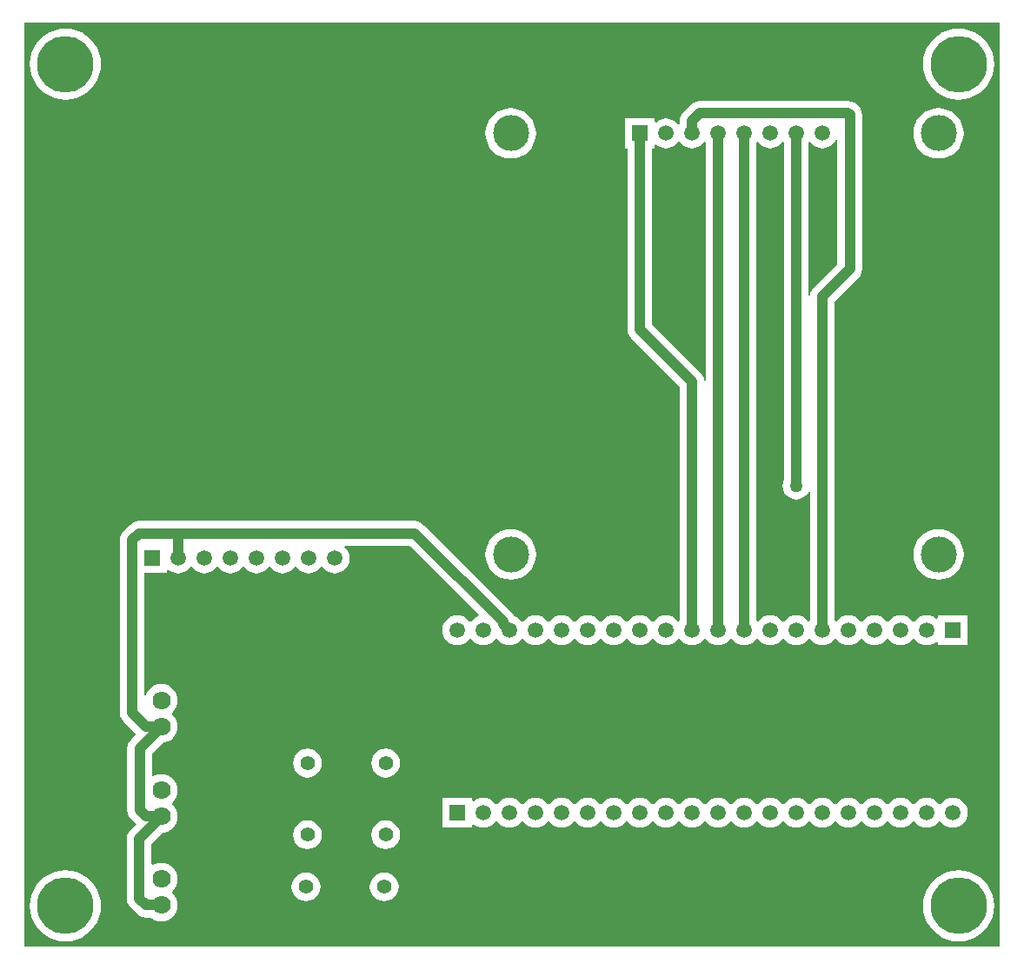
<source format=gbl>
G04*
G04 #@! TF.GenerationSoftware,Altium Limited,Altium Designer,19.0.15 (446)*
G04*
G04 Layer_Physical_Order=2*
G04 Layer_Color=16711680*
%FSLAX42Y42*%
%MOMM*%
G71*
G01*
G75*
%ADD20C,1.00*%
%ADD21C,1.50*%
%ADD22R,1.50X1.50*%
%ADD23C,1.78*%
%ADD24C,3.50*%
%ADD25C,5.50*%
%ADD26C,1.40*%
%ADD27C,1.27*%
G36*
X9500Y0D02*
X0D01*
Y9004D01*
X9500D01*
Y0D01*
D02*
G37*
%LPC*%
G36*
X9100Y8946D02*
X9045Y8942D01*
X8993Y8929D01*
X8942Y8908D01*
X8896Y8880D01*
X8855Y8845D01*
X8820Y8803D01*
X8791Y8757D01*
X8770Y8707D01*
X8758Y8654D01*
X8754Y8600D01*
X8758Y8546D01*
X8770Y8493D01*
X8791Y8443D01*
X8820Y8397D01*
X8855Y8355D01*
X8896Y8320D01*
X8942Y8292D01*
X8993Y8271D01*
X9045Y8258D01*
X9100Y8254D01*
X9154Y8258D01*
X9207Y8271D01*
X9257Y8292D01*
X9303Y8320D01*
X9344Y8355D01*
X9380Y8397D01*
X9408Y8443D01*
X9429Y8493D01*
X9441Y8546D01*
X9446Y8600D01*
X9441Y8654D01*
X9429Y8707D01*
X9408Y8757D01*
X9380Y8803D01*
X9344Y8845D01*
X9303Y8880D01*
X9257Y8908D01*
X9207Y8929D01*
X9154Y8942D01*
X9100Y8946D01*
D02*
G37*
G36*
X400D02*
X345Y8942D01*
X293Y8929D01*
X242Y8908D01*
X196Y8880D01*
X155Y8845D01*
X120Y8803D01*
X91Y8757D01*
X70Y8707D01*
X58Y8654D01*
X54Y8600D01*
X58Y8546D01*
X70Y8493D01*
X91Y8443D01*
X120Y8397D01*
X155Y8355D01*
X196Y8320D01*
X242Y8292D01*
X293Y8271D01*
X345Y8258D01*
X400Y8254D01*
X454Y8258D01*
X507Y8271D01*
X557Y8292D01*
X603Y8320D01*
X644Y8355D01*
X680Y8397D01*
X708Y8443D01*
X729Y8493D01*
X741Y8546D01*
X746Y8600D01*
X741Y8654D01*
X729Y8707D01*
X708Y8757D01*
X680Y8803D01*
X644Y8845D01*
X603Y8880D01*
X557Y8908D01*
X507Y8929D01*
X454Y8942D01*
X400Y8946D01*
D02*
G37*
G36*
X8021Y8241D02*
X6579D01*
X6547Y8237D01*
X6518Y8225D01*
X6493Y8206D01*
X6417Y8130D01*
X6398Y8105D01*
X6385Y8076D01*
X6381Y8044D01*
Y8015D01*
X6370Y8007D01*
X6367Y8008D01*
X6352Y8028D01*
X6322Y8051D01*
X6286Y8066D01*
X6248Y8071D01*
X6211Y8066D01*
X6175Y8051D01*
X6152Y8034D01*
X6139Y8040D01*
Y8070D01*
X5849D01*
Y7780D01*
X5873D01*
Y6015D01*
X5877Y5983D01*
X5890Y5954D01*
X5909Y5929D01*
X6381Y5457D01*
Y3176D01*
X6370Y3169D01*
X6367Y3169D01*
X6352Y3190D01*
X6322Y3213D01*
X6286Y3227D01*
X6248Y3232D01*
X6211Y3227D01*
X6175Y3213D01*
X6145Y3190D01*
X6129Y3169D01*
X6113D01*
X6098Y3190D01*
X6068Y3213D01*
X6032Y3227D01*
X5994Y3232D01*
X5957Y3227D01*
X5921Y3213D01*
X5891Y3190D01*
X5875Y3169D01*
X5859D01*
X5844Y3190D01*
X5814Y3213D01*
X5778Y3227D01*
X5740Y3232D01*
X5703Y3227D01*
X5667Y3213D01*
X5637Y3190D01*
X5621Y3169D01*
X5605D01*
X5590Y3190D01*
X5560Y3213D01*
X5524Y3227D01*
X5486Y3232D01*
X5449Y3227D01*
X5413Y3213D01*
X5383Y3190D01*
X5367Y3169D01*
X5351D01*
X5336Y3190D01*
X5306Y3213D01*
X5270Y3227D01*
X5232Y3232D01*
X5195Y3227D01*
X5159Y3213D01*
X5129Y3190D01*
X5113Y3169D01*
X5097D01*
X5082Y3190D01*
X5052Y3213D01*
X5016Y3227D01*
X4978Y3232D01*
X4941Y3227D01*
X4905Y3213D01*
X4875Y3190D01*
X4859Y3169D01*
X4843D01*
X4828Y3190D01*
X4798Y3213D01*
X4772Y3223D01*
X4770Y3227D01*
X4751Y3252D01*
X3889Y4114D01*
X3864Y4133D01*
X3835Y4145D01*
X3804Y4149D01*
X1115D01*
X1084Y4145D01*
X1055Y4133D01*
X1029Y4114D01*
X963Y4048D01*
X944Y4023D01*
X932Y3994D01*
X928Y3962D01*
Y2278D01*
X932Y2247D01*
X944Y2218D01*
X963Y2193D01*
X1086Y2070D01*
X1037Y2021D01*
X1018Y1996D01*
X1006Y1967D01*
X1002Y1935D01*
Y1334D01*
X1006Y1302D01*
X1018Y1273D01*
X1037Y1248D01*
X1089Y1196D01*
X1032Y1140D01*
X1013Y1115D01*
X1001Y1085D01*
X997Y1054D01*
Y470D01*
X1001Y439D01*
X1013Y409D01*
X1032Y384D01*
X1096Y321D01*
X1121Y302D01*
X1150Y289D01*
X1181Y285D01*
X1231D01*
X1245Y274D01*
X1272Y259D01*
X1302Y250D01*
X1334Y247D01*
X1365Y250D01*
X1395Y259D01*
X1422Y274D01*
X1446Y293D01*
X1466Y318D01*
X1481Y345D01*
X1490Y375D01*
X1493Y406D01*
X1490Y438D01*
X1481Y468D01*
X1466Y495D01*
X1446Y519D01*
X1437Y527D01*
Y540D01*
X1446Y547D01*
X1466Y572D01*
X1481Y599D01*
X1490Y629D01*
X1493Y660D01*
X1490Y692D01*
X1481Y722D01*
X1466Y749D01*
X1446Y773D01*
X1422Y793D01*
X1395Y808D01*
X1365Y817D01*
X1334Y820D01*
X1302Y817D01*
X1272Y808D01*
X1251Y797D01*
X1239Y804D01*
Y1004D01*
X1346Y1112D01*
X1365Y1113D01*
X1395Y1122D01*
X1422Y1137D01*
X1446Y1157D01*
X1466Y1181D01*
X1481Y1209D01*
X1490Y1239D01*
X1493Y1270D01*
X1490Y1301D01*
X1481Y1331D01*
X1466Y1359D01*
X1446Y1383D01*
X1437Y1391D01*
Y1403D01*
X1446Y1411D01*
X1466Y1435D01*
X1481Y1463D01*
X1490Y1493D01*
X1493Y1524D01*
X1490Y1555D01*
X1481Y1585D01*
X1466Y1613D01*
X1446Y1637D01*
X1422Y1657D01*
X1395Y1672D01*
X1365Y1681D01*
X1334Y1684D01*
X1302Y1681D01*
X1272Y1672D01*
X1256Y1663D01*
X1244Y1671D01*
Y1885D01*
X1346Y1988D01*
X1365Y1990D01*
X1395Y1999D01*
X1422Y2014D01*
X1446Y2033D01*
X1466Y2058D01*
X1481Y2085D01*
X1490Y2115D01*
X1493Y2146D01*
X1490Y2177D01*
X1481Y2207D01*
X1466Y2235D01*
X1446Y2259D01*
X1437Y2267D01*
Y2280D01*
X1446Y2287D01*
X1466Y2312D01*
X1481Y2339D01*
X1490Y2369D01*
X1493Y2400D01*
X1490Y2431D01*
X1481Y2461D01*
X1466Y2489D01*
X1446Y2513D01*
X1422Y2533D01*
X1395Y2548D01*
X1365Y2557D01*
X1334Y2560D01*
X1302Y2557D01*
X1272Y2548D01*
X1245Y2533D01*
X1221Y2513D01*
X1201Y2489D01*
X1186Y2461D01*
X1183Y2451D01*
X1170Y2453D01*
Y3640D01*
X1390D01*
Y3669D01*
X1402Y3676D01*
X1425Y3658D01*
X1461Y3643D01*
X1499Y3638D01*
X1536Y3643D01*
X1572Y3658D01*
X1602Y3681D01*
X1618Y3701D01*
X1634D01*
X1649Y3681D01*
X1679Y3658D01*
X1715Y3643D01*
X1753Y3638D01*
X1790Y3643D01*
X1826Y3658D01*
X1856Y3681D01*
X1872Y3701D01*
X1888D01*
X1903Y3681D01*
X1933Y3658D01*
X1969Y3643D01*
X2007Y3638D01*
X2044Y3643D01*
X2080Y3658D01*
X2110Y3681D01*
X2126Y3701D01*
X2142D01*
X2157Y3681D01*
X2187Y3658D01*
X2223Y3643D01*
X2261Y3638D01*
X2298Y3643D01*
X2334Y3658D01*
X2364Y3681D01*
X2380Y3701D01*
X2396D01*
X2411Y3681D01*
X2441Y3658D01*
X2477Y3643D01*
X2515Y3638D01*
X2552Y3643D01*
X2588Y3658D01*
X2618Y3681D01*
X2634Y3701D01*
X2650D01*
X2665Y3681D01*
X2695Y3658D01*
X2731Y3643D01*
X2769Y3638D01*
X2806Y3643D01*
X2842Y3658D01*
X2872Y3681D01*
X2888Y3701D01*
X2904D01*
X2919Y3681D01*
X2949Y3658D01*
X2985Y3643D01*
X3023Y3638D01*
X3060Y3643D01*
X3096Y3658D01*
X3126Y3681D01*
X3149Y3711D01*
X3164Y3747D01*
X3169Y3785D01*
X3164Y3822D01*
X3149Y3858D01*
X3126Y3888D01*
X3116Y3895D01*
X3121Y3907D01*
X3754D01*
X4424Y3237D01*
X4421Y3222D01*
X4397Y3213D01*
X4367Y3190D01*
X4351Y3169D01*
X4335D01*
X4320Y3190D01*
X4290Y3213D01*
X4254Y3227D01*
X4216Y3232D01*
X4179Y3227D01*
X4143Y3213D01*
X4113Y3190D01*
X4090Y3159D01*
X4075Y3124D01*
X4070Y3086D01*
X4075Y3048D01*
X4090Y3013D01*
X4113Y2983D01*
X4143Y2959D01*
X4179Y2945D01*
X4216Y2940D01*
X4254Y2945D01*
X4290Y2959D01*
X4320Y2983D01*
X4335Y3003D01*
X4351D01*
X4367Y2983D01*
X4397Y2959D01*
X4433Y2945D01*
X4470Y2940D01*
X4508Y2945D01*
X4544Y2959D01*
X4574Y2983D01*
X4589Y3003D01*
X4605D01*
X4621Y2983D01*
X4651Y2959D01*
X4687Y2945D01*
X4724Y2940D01*
X4762Y2945D01*
X4798Y2959D01*
X4828Y2983D01*
X4843Y3003D01*
X4859D01*
X4875Y2983D01*
X4905Y2959D01*
X4941Y2945D01*
X4978Y2940D01*
X5016Y2945D01*
X5052Y2959D01*
X5082Y2983D01*
X5097Y3003D01*
X5113D01*
X5129Y2983D01*
X5159Y2959D01*
X5195Y2945D01*
X5232Y2940D01*
X5270Y2945D01*
X5306Y2959D01*
X5336Y2983D01*
X5351Y3003D01*
X5367D01*
X5383Y2983D01*
X5413Y2959D01*
X5449Y2945D01*
X5486Y2940D01*
X5524Y2945D01*
X5560Y2959D01*
X5590Y2983D01*
X5605Y3003D01*
X5621D01*
X5637Y2983D01*
X5667Y2959D01*
X5703Y2945D01*
X5740Y2940D01*
X5778Y2945D01*
X5814Y2959D01*
X5844Y2983D01*
X5859Y3003D01*
X5875D01*
X5891Y2983D01*
X5921Y2959D01*
X5957Y2945D01*
X5994Y2940D01*
X6032Y2945D01*
X6068Y2959D01*
X6098Y2983D01*
X6113Y3003D01*
X6129D01*
X6145Y2983D01*
X6175Y2959D01*
X6211Y2945D01*
X6248Y2940D01*
X6286Y2945D01*
X6322Y2959D01*
X6352Y2983D01*
X6367Y3003D01*
X6383D01*
X6399Y2983D01*
X6429Y2959D01*
X6465Y2945D01*
X6502Y2940D01*
X6540Y2945D01*
X6576Y2959D01*
X6606Y2983D01*
X6621Y3003D01*
X6637D01*
X6653Y2983D01*
X6683Y2959D01*
X6719Y2945D01*
X6756Y2940D01*
X6794Y2945D01*
X6830Y2959D01*
X6860Y2983D01*
X6875Y3003D01*
X6891D01*
X6907Y2983D01*
X6937Y2959D01*
X6973Y2945D01*
X7010Y2940D01*
X7048Y2945D01*
X7084Y2959D01*
X7114Y2983D01*
X7129Y3003D01*
X7145D01*
X7161Y2983D01*
X7191Y2959D01*
X7227Y2945D01*
X7264Y2940D01*
X7302Y2945D01*
X7338Y2959D01*
X7368Y2983D01*
X7383Y3003D01*
X7399D01*
X7415Y2983D01*
X7445Y2959D01*
X7481Y2945D01*
X7518Y2940D01*
X7556Y2945D01*
X7592Y2959D01*
X7622Y2983D01*
X7637Y3003D01*
X7653D01*
X7669Y2983D01*
X7699Y2959D01*
X7735Y2945D01*
X7772Y2940D01*
X7810Y2945D01*
X7846Y2959D01*
X7876Y2983D01*
X7891Y3003D01*
X7907D01*
X7923Y2983D01*
X7953Y2959D01*
X7989Y2945D01*
X8026Y2940D01*
X8064Y2945D01*
X8100Y2959D01*
X8130Y2983D01*
X8145Y3003D01*
X8161D01*
X8177Y2983D01*
X8207Y2959D01*
X8243Y2945D01*
X8280Y2940D01*
X8318Y2945D01*
X8354Y2959D01*
X8384Y2983D01*
X8399Y3003D01*
X8415D01*
X8431Y2983D01*
X8461Y2959D01*
X8497Y2945D01*
X8534Y2940D01*
X8572Y2945D01*
X8608Y2959D01*
X8638Y2983D01*
X8653Y3003D01*
X8669D01*
X8685Y2983D01*
X8715Y2959D01*
X8751Y2945D01*
X8788Y2940D01*
X8826Y2945D01*
X8862Y2959D01*
X8885Y2977D01*
X8897Y2971D01*
Y2941D01*
X9187D01*
Y3231D01*
X8897D01*
Y3201D01*
X8885Y3195D01*
X8862Y3213D01*
X8826Y3227D01*
X8788Y3232D01*
X8751Y3227D01*
X8715Y3213D01*
X8685Y3190D01*
X8669Y3169D01*
X8653D01*
X8638Y3190D01*
X8608Y3213D01*
X8572Y3227D01*
X8534Y3232D01*
X8497Y3227D01*
X8461Y3213D01*
X8431Y3190D01*
X8415Y3169D01*
X8399D01*
X8384Y3190D01*
X8354Y3213D01*
X8318Y3227D01*
X8280Y3232D01*
X8243Y3227D01*
X8207Y3213D01*
X8177Y3190D01*
X8161Y3169D01*
X8145D01*
X8130Y3190D01*
X8100Y3213D01*
X8064Y3227D01*
X8026Y3232D01*
X7989Y3227D01*
X7953Y3213D01*
X7923Y3190D01*
X7907Y3169D01*
X7905Y3169D01*
X7893Y3176D01*
Y6287D01*
X8125Y6518D01*
X8144Y6543D01*
X8156Y6573D01*
X8160Y6604D01*
Y8103D01*
X8156Y8134D01*
X8144Y8163D01*
X8125Y8188D01*
X8107Y8206D01*
X8082Y8225D01*
X8053Y8237D01*
X8021Y8241D01*
D02*
G37*
G36*
X8903Y8171D02*
X8855Y8166D01*
X8808Y8152D01*
X8766Y8129D01*
X8729Y8099D01*
X8698Y8062D01*
X8675Y8019D01*
X8661Y7973D01*
X8657Y7925D01*
X8661Y7877D01*
X8675Y7831D01*
X8698Y7788D01*
X8729Y7751D01*
X8766Y7720D01*
X8808Y7697D01*
X8855Y7683D01*
X8903Y7679D01*
X8951Y7683D01*
X8997Y7697D01*
X9039Y7720D01*
X9077Y7751D01*
X9107Y7788D01*
X9130Y7831D01*
X9144Y7877D01*
X9149Y7925D01*
X9144Y7973D01*
X9130Y8019D01*
X9107Y8062D01*
X9077Y8099D01*
X9039Y8129D01*
X8997Y8152D01*
X8951Y8166D01*
X8903Y8171D01*
D02*
G37*
G36*
X4737D02*
X4689Y8166D01*
X4643Y8152D01*
X4600Y8129D01*
X4563Y8099D01*
X4532Y8062D01*
X4510Y8019D01*
X4496Y7973D01*
X4491Y7925D01*
X4496Y7877D01*
X4510Y7831D01*
X4532Y7788D01*
X4563Y7751D01*
X4600Y7720D01*
X4643Y7697D01*
X4689Y7683D01*
X4737Y7679D01*
X4785Y7683D01*
X4831Y7697D01*
X4874Y7720D01*
X4911Y7751D01*
X4942Y7788D01*
X4965Y7831D01*
X4979Y7877D01*
X4983Y7925D01*
X4979Y7973D01*
X4965Y8019D01*
X4942Y8062D01*
X4911Y8099D01*
X4874Y8129D01*
X4831Y8152D01*
X4785Y8166D01*
X4737Y8171D01*
D02*
G37*
G36*
X8903Y4069D02*
X8855Y4064D01*
X8808Y4050D01*
X8766Y4027D01*
X8729Y3997D01*
X8698Y3959D01*
X8675Y3917D01*
X8661Y3871D01*
X8657Y3823D01*
X8661Y3775D01*
X8675Y3728D01*
X8698Y3686D01*
X8729Y3649D01*
X8766Y3618D01*
X8808Y3595D01*
X8855Y3581D01*
X8903Y3577D01*
X8951Y3581D01*
X8997Y3595D01*
X9039Y3618D01*
X9077Y3649D01*
X9107Y3686D01*
X9130Y3728D01*
X9144Y3775D01*
X9149Y3823D01*
X9144Y3871D01*
X9130Y3917D01*
X9107Y3959D01*
X9077Y3997D01*
X9039Y4027D01*
X8997Y4050D01*
X8951Y4064D01*
X8903Y4069D01*
D02*
G37*
G36*
X4737D02*
X4689Y4064D01*
X4643Y4050D01*
X4600Y4027D01*
X4563Y3997D01*
X4532Y3959D01*
X4510Y3917D01*
X4496Y3871D01*
X4491Y3823D01*
X4496Y3775D01*
X4510Y3728D01*
X4532Y3686D01*
X4563Y3649D01*
X4600Y3618D01*
X4643Y3595D01*
X4689Y3581D01*
X4737Y3577D01*
X4785Y3581D01*
X4831Y3595D01*
X4874Y3618D01*
X4911Y3649D01*
X4942Y3686D01*
X4965Y3728D01*
X4979Y3775D01*
X4983Y3823D01*
X4979Y3871D01*
X4965Y3917D01*
X4942Y3959D01*
X4911Y3997D01*
X4874Y4027D01*
X4831Y4050D01*
X4785Y4064D01*
X4737Y4069D01*
D02*
G37*
G36*
X3518Y1932D02*
X3481Y1927D01*
X3447Y1913D01*
X3418Y1891D01*
X3396Y1861D01*
X3382Y1827D01*
X3377Y1791D01*
X3382Y1754D01*
X3396Y1720D01*
X3418Y1691D01*
X3447Y1668D01*
X3481Y1654D01*
X3518Y1649D01*
X3554Y1654D01*
X3589Y1668D01*
X3618Y1691D01*
X3640Y1720D01*
X3654Y1754D01*
X3659Y1791D01*
X3654Y1827D01*
X3640Y1861D01*
X3618Y1891D01*
X3589Y1913D01*
X3554Y1927D01*
X3518Y1932D01*
D02*
G37*
G36*
X2756D02*
X2719Y1927D01*
X2685Y1913D01*
X2656Y1891D01*
X2634Y1861D01*
X2620Y1827D01*
X2615Y1791D01*
X2620Y1754D01*
X2634Y1720D01*
X2656Y1691D01*
X2685Y1668D01*
X2719Y1654D01*
X2756Y1649D01*
X2792Y1654D01*
X2827Y1668D01*
X2856Y1691D01*
X2878Y1720D01*
X2892Y1754D01*
X2897Y1791D01*
X2892Y1827D01*
X2878Y1861D01*
X2856Y1891D01*
X2827Y1913D01*
X2792Y1927D01*
X2756Y1932D01*
D02*
G37*
G36*
X9042Y1454D02*
X9005Y1449D01*
X8969Y1435D01*
X8939Y1412D01*
X8923Y1391D01*
X8907D01*
X8892Y1412D01*
X8862Y1435D01*
X8826Y1449D01*
X8788Y1454D01*
X8751Y1449D01*
X8715Y1435D01*
X8685Y1412D01*
X8669Y1391D01*
X8653D01*
X8638Y1412D01*
X8608Y1435D01*
X8572Y1449D01*
X8534Y1454D01*
X8497Y1449D01*
X8461Y1435D01*
X8431Y1412D01*
X8415Y1391D01*
X8399D01*
X8384Y1412D01*
X8354Y1435D01*
X8318Y1449D01*
X8280Y1454D01*
X8243Y1449D01*
X8207Y1435D01*
X8177Y1412D01*
X8161Y1391D01*
X8145D01*
X8130Y1412D01*
X8100Y1435D01*
X8064Y1449D01*
X8026Y1454D01*
X7989Y1449D01*
X7953Y1435D01*
X7923Y1412D01*
X7907Y1391D01*
X7891D01*
X7876Y1412D01*
X7846Y1435D01*
X7810Y1449D01*
X7772Y1454D01*
X7735Y1449D01*
X7699Y1435D01*
X7669Y1412D01*
X7653Y1391D01*
X7637D01*
X7622Y1412D01*
X7592Y1435D01*
X7556Y1449D01*
X7518Y1454D01*
X7481Y1449D01*
X7445Y1435D01*
X7415Y1412D01*
X7399Y1391D01*
X7383D01*
X7368Y1412D01*
X7338Y1435D01*
X7302Y1449D01*
X7264Y1454D01*
X7227Y1449D01*
X7191Y1435D01*
X7161Y1412D01*
X7145Y1391D01*
X7129D01*
X7114Y1412D01*
X7084Y1435D01*
X7048Y1449D01*
X7010Y1454D01*
X6973Y1449D01*
X6937Y1435D01*
X6907Y1412D01*
X6891Y1391D01*
X6875D01*
X6860Y1412D01*
X6830Y1435D01*
X6794Y1449D01*
X6756Y1454D01*
X6719Y1449D01*
X6683Y1435D01*
X6653Y1412D01*
X6637Y1391D01*
X6621D01*
X6606Y1412D01*
X6576Y1435D01*
X6540Y1449D01*
X6502Y1454D01*
X6465Y1449D01*
X6429Y1435D01*
X6399Y1412D01*
X6383Y1391D01*
X6367D01*
X6352Y1412D01*
X6322Y1435D01*
X6286Y1449D01*
X6248Y1454D01*
X6211Y1449D01*
X6175Y1435D01*
X6145Y1412D01*
X6129Y1391D01*
X6113D01*
X6098Y1412D01*
X6068Y1435D01*
X6032Y1449D01*
X5994Y1454D01*
X5957Y1449D01*
X5921Y1435D01*
X5891Y1412D01*
X5875Y1391D01*
X5859D01*
X5844Y1412D01*
X5814Y1435D01*
X5778Y1449D01*
X5740Y1454D01*
X5703Y1449D01*
X5667Y1435D01*
X5637Y1412D01*
X5621Y1391D01*
X5605D01*
X5590Y1412D01*
X5560Y1435D01*
X5524Y1449D01*
X5486Y1454D01*
X5449Y1449D01*
X5413Y1435D01*
X5383Y1412D01*
X5367Y1391D01*
X5351D01*
X5336Y1412D01*
X5306Y1435D01*
X5270Y1449D01*
X5232Y1454D01*
X5195Y1449D01*
X5159Y1435D01*
X5129Y1412D01*
X5113Y1391D01*
X5097D01*
X5082Y1412D01*
X5052Y1435D01*
X5016Y1449D01*
X4978Y1454D01*
X4941Y1449D01*
X4905Y1435D01*
X4875Y1412D01*
X4859Y1391D01*
X4843D01*
X4828Y1412D01*
X4798Y1435D01*
X4762Y1449D01*
X4724Y1454D01*
X4687Y1449D01*
X4651Y1435D01*
X4621Y1412D01*
X4605Y1391D01*
X4589D01*
X4574Y1412D01*
X4544Y1435D01*
X4508Y1449D01*
X4470Y1454D01*
X4433Y1449D01*
X4397Y1435D01*
X4374Y1417D01*
X4361Y1423D01*
Y1453D01*
X4071D01*
Y1163D01*
X4361D01*
Y1193D01*
X4374Y1199D01*
X4397Y1181D01*
X4433Y1167D01*
X4470Y1162D01*
X4508Y1167D01*
X4544Y1181D01*
X4574Y1205D01*
X4589Y1225D01*
X4605D01*
X4621Y1205D01*
X4651Y1181D01*
X4687Y1167D01*
X4724Y1162D01*
X4762Y1167D01*
X4798Y1181D01*
X4828Y1205D01*
X4843Y1225D01*
X4859D01*
X4875Y1205D01*
X4905Y1181D01*
X4941Y1167D01*
X4978Y1162D01*
X5016Y1167D01*
X5052Y1181D01*
X5082Y1205D01*
X5097Y1225D01*
X5113D01*
X5129Y1205D01*
X5159Y1181D01*
X5195Y1167D01*
X5232Y1162D01*
X5270Y1167D01*
X5306Y1181D01*
X5336Y1205D01*
X5351Y1225D01*
X5367D01*
X5383Y1205D01*
X5413Y1181D01*
X5449Y1167D01*
X5486Y1162D01*
X5524Y1167D01*
X5560Y1181D01*
X5590Y1205D01*
X5605Y1225D01*
X5621D01*
X5637Y1205D01*
X5667Y1181D01*
X5703Y1167D01*
X5740Y1162D01*
X5778Y1167D01*
X5814Y1181D01*
X5844Y1205D01*
X5859Y1225D01*
X5875D01*
X5891Y1205D01*
X5921Y1181D01*
X5957Y1167D01*
X5994Y1162D01*
X6032Y1167D01*
X6068Y1181D01*
X6098Y1205D01*
X6113Y1225D01*
X6129D01*
X6145Y1205D01*
X6175Y1181D01*
X6211Y1167D01*
X6248Y1162D01*
X6286Y1167D01*
X6322Y1181D01*
X6352Y1205D01*
X6367Y1225D01*
X6383D01*
X6399Y1205D01*
X6429Y1181D01*
X6465Y1167D01*
X6502Y1162D01*
X6540Y1167D01*
X6576Y1181D01*
X6606Y1205D01*
X6621Y1225D01*
X6637D01*
X6653Y1205D01*
X6683Y1181D01*
X6719Y1167D01*
X6756Y1162D01*
X6794Y1167D01*
X6830Y1181D01*
X6860Y1205D01*
X6875Y1225D01*
X6891D01*
X6907Y1205D01*
X6937Y1181D01*
X6973Y1167D01*
X7010Y1162D01*
X7048Y1167D01*
X7084Y1181D01*
X7114Y1205D01*
X7129Y1225D01*
X7145D01*
X7161Y1205D01*
X7191Y1181D01*
X7227Y1167D01*
X7264Y1162D01*
X7302Y1167D01*
X7338Y1181D01*
X7368Y1205D01*
X7383Y1225D01*
X7399D01*
X7415Y1205D01*
X7445Y1181D01*
X7481Y1167D01*
X7518Y1162D01*
X7556Y1167D01*
X7592Y1181D01*
X7622Y1205D01*
X7637Y1225D01*
X7653D01*
X7669Y1205D01*
X7699Y1181D01*
X7735Y1167D01*
X7772Y1162D01*
X7810Y1167D01*
X7846Y1181D01*
X7876Y1205D01*
X7891Y1225D01*
X7907D01*
X7923Y1205D01*
X7953Y1181D01*
X7989Y1167D01*
X8026Y1162D01*
X8064Y1167D01*
X8100Y1181D01*
X8130Y1205D01*
X8145Y1225D01*
X8161D01*
X8177Y1205D01*
X8207Y1181D01*
X8243Y1167D01*
X8280Y1162D01*
X8318Y1167D01*
X8354Y1181D01*
X8384Y1205D01*
X8399Y1225D01*
X8415D01*
X8431Y1205D01*
X8461Y1181D01*
X8497Y1167D01*
X8534Y1162D01*
X8572Y1167D01*
X8608Y1181D01*
X8638Y1205D01*
X8653Y1225D01*
X8669D01*
X8685Y1205D01*
X8715Y1181D01*
X8751Y1167D01*
X8788Y1162D01*
X8826Y1167D01*
X8862Y1181D01*
X8892Y1205D01*
X8907Y1225D01*
X8923D01*
X8939Y1205D01*
X8969Y1181D01*
X9005Y1167D01*
X9042Y1162D01*
X9080Y1167D01*
X9116Y1181D01*
X9146Y1205D01*
X9169Y1235D01*
X9184Y1270D01*
X9189Y1308D01*
X9184Y1346D01*
X9169Y1381D01*
X9146Y1412D01*
X9116Y1435D01*
X9080Y1449D01*
X9042Y1454D01*
D02*
G37*
G36*
X3518Y1233D02*
X3481Y1229D01*
X3447Y1214D01*
X3418Y1192D01*
X3396Y1163D01*
X3382Y1129D01*
X3377Y1092D01*
X3382Y1056D01*
X3396Y1022D01*
X3418Y992D01*
X3447Y970D01*
X3481Y956D01*
X3518Y951D01*
X3554Y956D01*
X3589Y970D01*
X3618Y992D01*
X3640Y1022D01*
X3654Y1056D01*
X3659Y1092D01*
X3654Y1129D01*
X3640Y1163D01*
X3618Y1192D01*
X3589Y1214D01*
X3554Y1229D01*
X3518Y1233D01*
D02*
G37*
G36*
X2756D02*
X2719Y1229D01*
X2685Y1214D01*
X2656Y1192D01*
X2634Y1163D01*
X2620Y1129D01*
X2615Y1092D01*
X2620Y1056D01*
X2634Y1022D01*
X2656Y992D01*
X2685Y970D01*
X2719Y956D01*
X2756Y951D01*
X2792Y956D01*
X2827Y970D01*
X2856Y992D01*
X2878Y1022D01*
X2892Y1056D01*
X2897Y1092D01*
X2892Y1129D01*
X2878Y1163D01*
X2856Y1192D01*
X2827Y1214D01*
X2792Y1229D01*
X2756Y1233D01*
D02*
G37*
G36*
X3505Y725D02*
X3469Y721D01*
X3435Y706D01*
X3405Y684D01*
X3383Y655D01*
X3369Y621D01*
X3364Y584D01*
X3369Y548D01*
X3383Y514D01*
X3405Y484D01*
X3435Y462D01*
X3469Y448D01*
X3505Y443D01*
X3542Y448D01*
X3576Y462D01*
X3605Y484D01*
X3627Y514D01*
X3642Y548D01*
X3646Y584D01*
X3642Y621D01*
X3627Y655D01*
X3605Y684D01*
X3576Y706D01*
X3542Y721D01*
X3505Y725D01*
D02*
G37*
G36*
X2743D02*
X2707Y721D01*
X2673Y706D01*
X2643Y684D01*
X2621Y655D01*
X2607Y621D01*
X2602Y584D01*
X2607Y548D01*
X2621Y514D01*
X2643Y484D01*
X2673Y462D01*
X2707Y448D01*
X2743Y443D01*
X2780Y448D01*
X2814Y462D01*
X2843Y484D01*
X2865Y514D01*
X2880Y548D01*
X2884Y584D01*
X2880Y621D01*
X2865Y655D01*
X2843Y684D01*
X2814Y706D01*
X2780Y721D01*
X2743Y725D01*
D02*
G37*
G36*
X9100Y746D02*
X9045Y742D01*
X8993Y729D01*
X8942Y708D01*
X8896Y680D01*
X8855Y645D01*
X8820Y603D01*
X8791Y557D01*
X8770Y507D01*
X8758Y454D01*
X8754Y400D01*
X8758Y346D01*
X8770Y293D01*
X8791Y243D01*
X8820Y197D01*
X8855Y155D01*
X8896Y120D01*
X8942Y92D01*
X8993Y71D01*
X9045Y58D01*
X9100Y54D01*
X9154Y58D01*
X9207Y71D01*
X9257Y92D01*
X9303Y120D01*
X9344Y155D01*
X9380Y197D01*
X9408Y243D01*
X9429Y293D01*
X9441Y346D01*
X9446Y400D01*
X9441Y454D01*
X9429Y507D01*
X9408Y557D01*
X9380Y603D01*
X9344Y645D01*
X9303Y680D01*
X9257Y708D01*
X9207Y729D01*
X9154Y742D01*
X9100Y746D01*
D02*
G37*
G36*
X400D02*
X345Y742D01*
X293Y729D01*
X242Y708D01*
X196Y680D01*
X155Y645D01*
X120Y603D01*
X91Y557D01*
X70Y507D01*
X58Y454D01*
X54Y400D01*
X58Y346D01*
X70Y293D01*
X91Y243D01*
X120Y197D01*
X155Y155D01*
X196Y120D01*
X242Y92D01*
X293Y71D01*
X345Y58D01*
X400Y54D01*
X454Y58D01*
X507Y71D01*
X557Y92D01*
X603Y120D01*
X644Y155D01*
X680Y197D01*
X708Y243D01*
X729Y293D01*
X741Y346D01*
X746Y400D01*
X741Y454D01*
X729Y507D01*
X708Y557D01*
X680Y603D01*
X644Y645D01*
X603Y680D01*
X557Y708D01*
X507Y729D01*
X454Y742D01*
X400Y746D01*
D02*
G37*
%LPD*%
G36*
X7918Y7864D02*
Y6654D01*
X7687Y6423D01*
X7668Y6398D01*
X7655Y6369D01*
X7652Y6343D01*
X7639Y6344D01*
Y7835D01*
X7651Y7842D01*
X7653Y7842D01*
X7669Y7821D01*
X7699Y7798D01*
X7735Y7784D01*
X7772Y7779D01*
X7810Y7784D01*
X7846Y7798D01*
X7876Y7821D01*
X7899Y7852D01*
X7905Y7867D01*
X7918Y7864D01*
D02*
G37*
G36*
X6635Y7835D02*
Y5513D01*
X6623Y5513D01*
X6619Y5538D01*
X6607Y5567D01*
X6588Y5592D01*
X6115Y6065D01*
Y7780D01*
X6139D01*
Y7810D01*
X6152Y7816D01*
X6175Y7798D01*
X6211Y7784D01*
X6248Y7779D01*
X6286Y7784D01*
X6322Y7798D01*
X6352Y7821D01*
X6367Y7842D01*
X6383D01*
X6399Y7821D01*
X6429Y7798D01*
X6465Y7784D01*
X6502Y7779D01*
X6540Y7784D01*
X6576Y7798D01*
X6606Y7821D01*
X6621Y7842D01*
X6624Y7842D01*
X6635Y7835D01*
D02*
G37*
G36*
X7145Y7842D02*
X7161Y7821D01*
X7191Y7798D01*
X7227Y7784D01*
X7264Y7779D01*
X7302Y7784D01*
X7338Y7798D01*
X7368Y7821D01*
X7383Y7842D01*
X7386Y7842D01*
X7397Y7835D01*
Y4550D01*
X7388Y4528D01*
X7384Y4493D01*
X7388Y4458D01*
X7402Y4426D01*
X7423Y4398D01*
X7451Y4377D01*
X7484Y4363D01*
X7518Y4359D01*
X7553Y4363D01*
X7586Y4377D01*
X7614Y4398D01*
X7635Y4426D01*
X7639Y4435D01*
X7651Y4432D01*
Y3176D01*
X7640Y3169D01*
X7637Y3169D01*
X7622Y3190D01*
X7592Y3213D01*
X7556Y3227D01*
X7518Y3232D01*
X7481Y3227D01*
X7445Y3213D01*
X7415Y3190D01*
X7399Y3169D01*
X7383D01*
X7368Y3190D01*
X7338Y3213D01*
X7302Y3227D01*
X7264Y3232D01*
X7227Y3227D01*
X7191Y3213D01*
X7161Y3190D01*
X7145Y3169D01*
X7143Y3169D01*
X7131Y3176D01*
Y7835D01*
X7143Y7842D01*
X7145Y7842D01*
D02*
G37*
D20*
X8039Y6604D02*
Y8103D01*
X7772Y6337D02*
X8039Y6604D01*
X7772Y3086D02*
Y6337D01*
X1499Y4028D02*
X3804D01*
X1115D02*
X1499D01*
Y3785D02*
Y4028D01*
X3804D02*
X4665Y3167D01*
X1181Y406D02*
X1334D01*
X1118Y470D02*
X1181Y406D01*
X1118Y470D02*
Y1054D01*
X1334Y1270D01*
X1186D02*
X1334D01*
X1123Y1334D02*
X1186Y1270D01*
X1123Y1334D02*
Y1935D01*
X1334Y2146D01*
X1181D02*
X1334D01*
X1049Y2278D02*
X1181Y2146D01*
X1049Y2278D02*
Y3962D01*
X1115Y4028D01*
X4665Y3145D02*
Y3167D01*
Y3145D02*
X4724Y3086D01*
X6502Y7925D02*
Y8044D01*
X6579Y8120D01*
X8021D01*
X8039Y8103D01*
X7010Y3086D02*
Y7925D01*
X5994Y6015D02*
Y7925D01*
Y6015D02*
X6502Y5507D01*
Y3086D02*
Y5507D01*
X6756Y3086D02*
Y7925D01*
X7518Y4493D02*
Y7925D01*
D21*
X3023Y3785D02*
D03*
X2769D02*
D03*
X2515D02*
D03*
X2261D02*
D03*
X2007D02*
D03*
X1753D02*
D03*
X1499D02*
D03*
X4216Y3086D02*
D03*
X4470D02*
D03*
X4724D02*
D03*
X4978D02*
D03*
X5232D02*
D03*
X5486D02*
D03*
X5740D02*
D03*
X5994D02*
D03*
X6248D02*
D03*
X6502D02*
D03*
X6756D02*
D03*
X7010D02*
D03*
X7264D02*
D03*
X7518D02*
D03*
X7772D02*
D03*
X8026D02*
D03*
X8280D02*
D03*
X8534D02*
D03*
X8788D02*
D03*
X9042Y1308D02*
D03*
X8788D02*
D03*
X8534D02*
D03*
X8280D02*
D03*
X8026D02*
D03*
X7772D02*
D03*
X7518D02*
D03*
X7264D02*
D03*
X7010D02*
D03*
X6756D02*
D03*
X6502D02*
D03*
X6248D02*
D03*
X5994D02*
D03*
X5740D02*
D03*
X5486D02*
D03*
X5232D02*
D03*
X4978D02*
D03*
X4724D02*
D03*
X4470D02*
D03*
X6248Y7925D02*
D03*
X6502D02*
D03*
X6756D02*
D03*
X7010D02*
D03*
X7264D02*
D03*
X7518D02*
D03*
X7772D02*
D03*
D22*
X1245Y3785D02*
D03*
X9042Y3086D02*
D03*
X4216Y1308D02*
D03*
X5994Y7925D02*
D03*
D23*
X1334Y2146D02*
D03*
Y2400D02*
D03*
Y406D02*
D03*
Y660D02*
D03*
Y1524D02*
D03*
Y1270D02*
D03*
D24*
X4737Y3823D02*
D03*
X8903D02*
D03*
X4737Y7925D02*
D03*
X8903D02*
D03*
D25*
X400Y400D02*
D03*
Y8600D02*
D03*
X9100D02*
D03*
Y400D02*
D03*
D26*
X2756Y1791D02*
D03*
X3518D02*
D03*
X2743Y584D02*
D03*
X3505D02*
D03*
X2756Y1092D02*
D03*
X3518D02*
D03*
D27*
X7518Y4493D02*
D03*
M02*

</source>
